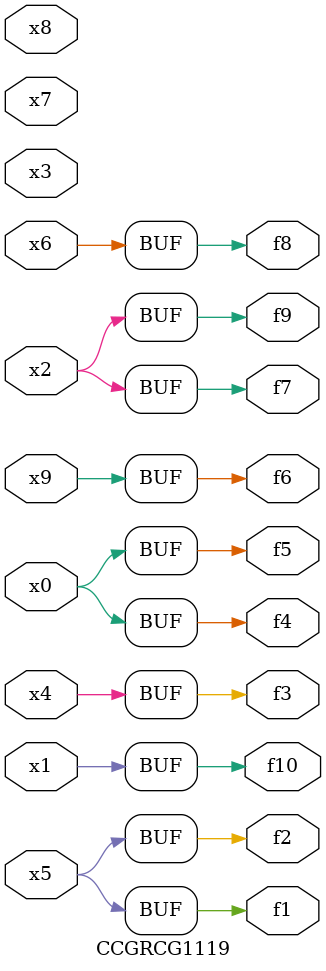
<source format=v>
module CCGRCG1119(
	input x0, x1, x2, x3, x4, x5, x6, x7, x8, x9,
	output f1, f2, f3, f4, f5, f6, f7, f8, f9, f10
);
	assign f1 = x5;
	assign f2 = x5;
	assign f3 = x4;
	assign f4 = x0;
	assign f5 = x0;
	assign f6 = x9;
	assign f7 = x2;
	assign f8 = x6;
	assign f9 = x2;
	assign f10 = x1;
endmodule

</source>
